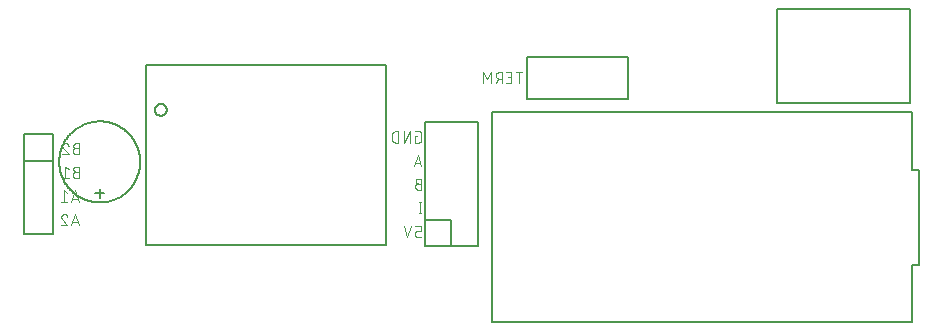
<source format=gbr>
G04 EAGLE Gerber RS-274X export*
G75*
%MOMM*%
%FSLAX34Y34*%
%LPD*%
%INSilkscreen Bottom*%
%IPPOS*%
%AMOC8*
5,1,8,0,0,1.08239X$1,22.5*%
G01*
%ADD10C,0.076200*%
%ADD11C,0.152400*%
%ADD12C,0.203200*%
%ADD13C,0.127000*%


D10*
X69619Y30602D02*
X67008Y30602D01*
X67008Y30603D02*
X66907Y30601D01*
X66806Y30595D01*
X66705Y30585D01*
X66605Y30572D01*
X66505Y30554D01*
X66406Y30533D01*
X66308Y30507D01*
X66211Y30478D01*
X66115Y30446D01*
X66021Y30409D01*
X65928Y30369D01*
X65836Y30325D01*
X65747Y30278D01*
X65659Y30227D01*
X65573Y30173D01*
X65490Y30116D01*
X65408Y30056D01*
X65330Y29992D01*
X65253Y29926D01*
X65180Y29856D01*
X65109Y29784D01*
X65041Y29709D01*
X64976Y29631D01*
X64914Y29551D01*
X64855Y29469D01*
X64799Y29384D01*
X64747Y29298D01*
X64698Y29209D01*
X64652Y29118D01*
X64611Y29026D01*
X64572Y28932D01*
X64538Y28837D01*
X64507Y28741D01*
X64480Y28643D01*
X64456Y28545D01*
X64437Y28445D01*
X64421Y28345D01*
X64409Y28245D01*
X64401Y28144D01*
X64397Y28043D01*
X64397Y27941D01*
X64401Y27840D01*
X64409Y27739D01*
X64421Y27639D01*
X64437Y27539D01*
X64456Y27439D01*
X64480Y27341D01*
X64507Y27243D01*
X64538Y27147D01*
X64572Y27052D01*
X64611Y26958D01*
X64652Y26866D01*
X64698Y26775D01*
X64747Y26687D01*
X64799Y26600D01*
X64855Y26515D01*
X64914Y26433D01*
X64976Y26353D01*
X65041Y26275D01*
X65109Y26200D01*
X65180Y26128D01*
X65253Y26058D01*
X65330Y25992D01*
X65408Y25928D01*
X65490Y25868D01*
X65573Y25811D01*
X65659Y25757D01*
X65747Y25706D01*
X65836Y25659D01*
X65928Y25615D01*
X66021Y25575D01*
X66115Y25538D01*
X66211Y25506D01*
X66308Y25477D01*
X66406Y25451D01*
X66505Y25430D01*
X66605Y25412D01*
X66705Y25399D01*
X66806Y25389D01*
X66907Y25383D01*
X67008Y25381D01*
X69619Y25381D01*
X69619Y34779D01*
X67008Y34779D01*
X66918Y34777D01*
X66829Y34771D01*
X66739Y34762D01*
X66650Y34748D01*
X66562Y34731D01*
X66475Y34710D01*
X66388Y34685D01*
X66303Y34656D01*
X66219Y34624D01*
X66137Y34589D01*
X66056Y34549D01*
X65977Y34507D01*
X65900Y34461D01*
X65825Y34411D01*
X65752Y34359D01*
X65681Y34303D01*
X65613Y34245D01*
X65548Y34183D01*
X65485Y34119D01*
X65425Y34052D01*
X65368Y33983D01*
X65314Y33911D01*
X65263Y33837D01*
X65215Y33761D01*
X65171Y33683D01*
X65130Y33603D01*
X65092Y33521D01*
X65058Y33438D01*
X65028Y33353D01*
X65001Y33267D01*
X64978Y33181D01*
X64959Y33093D01*
X64944Y33004D01*
X64932Y32915D01*
X64924Y32826D01*
X64920Y32736D01*
X64920Y32646D01*
X64924Y32556D01*
X64932Y32467D01*
X64944Y32378D01*
X64959Y32289D01*
X64978Y32201D01*
X65001Y32115D01*
X65028Y32029D01*
X65058Y31944D01*
X65092Y31861D01*
X65130Y31779D01*
X65171Y31699D01*
X65215Y31621D01*
X65263Y31545D01*
X65314Y31471D01*
X65368Y31399D01*
X65425Y31330D01*
X65485Y31263D01*
X65548Y31199D01*
X65613Y31137D01*
X65681Y31079D01*
X65752Y31023D01*
X65825Y30971D01*
X65900Y30921D01*
X65977Y30875D01*
X66056Y30833D01*
X66137Y30793D01*
X66219Y30758D01*
X66303Y30726D01*
X66388Y30697D01*
X66475Y30672D01*
X66562Y30651D01*
X66650Y30634D01*
X66739Y30620D01*
X66829Y30611D01*
X66918Y30605D01*
X67008Y30603D01*
X58039Y34780D02*
X57944Y34778D01*
X57850Y34772D01*
X57756Y34763D01*
X57662Y34750D01*
X57569Y34733D01*
X57477Y34712D01*
X57385Y34687D01*
X57295Y34659D01*
X57206Y34627D01*
X57118Y34592D01*
X57032Y34553D01*
X56947Y34511D01*
X56864Y34465D01*
X56783Y34416D01*
X56704Y34364D01*
X56627Y34309D01*
X56553Y34250D01*
X56481Y34189D01*
X56411Y34125D01*
X56344Y34058D01*
X56280Y33988D01*
X56219Y33916D01*
X56160Y33842D01*
X56105Y33765D01*
X56053Y33686D01*
X56004Y33605D01*
X55958Y33522D01*
X55916Y33437D01*
X55877Y33351D01*
X55842Y33263D01*
X55810Y33174D01*
X55782Y33084D01*
X55757Y32992D01*
X55736Y32900D01*
X55719Y32807D01*
X55706Y32713D01*
X55697Y32619D01*
X55691Y32525D01*
X55689Y32430D01*
X58039Y34779D02*
X58147Y34777D01*
X58256Y34771D01*
X58364Y34761D01*
X58471Y34748D01*
X58578Y34730D01*
X58685Y34709D01*
X58790Y34684D01*
X58895Y34655D01*
X58998Y34623D01*
X59100Y34586D01*
X59201Y34546D01*
X59300Y34503D01*
X59398Y34456D01*
X59494Y34405D01*
X59588Y34351D01*
X59680Y34294D01*
X59770Y34233D01*
X59858Y34169D01*
X59943Y34103D01*
X60026Y34033D01*
X60106Y33960D01*
X60184Y33884D01*
X60259Y33806D01*
X60331Y33725D01*
X60400Y33641D01*
X60466Y33555D01*
X60529Y33467D01*
X60588Y33376D01*
X60645Y33284D01*
X60698Y33189D01*
X60747Y33092D01*
X60793Y32994D01*
X60836Y32895D01*
X60875Y32793D01*
X60910Y32691D01*
X56473Y30602D02*
X56404Y30671D01*
X56338Y30742D01*
X56274Y30815D01*
X56213Y30891D01*
X56155Y30970D01*
X56101Y31050D01*
X56049Y31133D01*
X56001Y31217D01*
X55955Y31303D01*
X55914Y31391D01*
X55875Y31481D01*
X55840Y31572D01*
X55809Y31664D01*
X55781Y31757D01*
X55757Y31851D01*
X55737Y31946D01*
X55720Y32042D01*
X55707Y32139D01*
X55698Y32236D01*
X55692Y32333D01*
X55690Y32430D01*
X56473Y30602D02*
X60911Y25381D01*
X55690Y25381D01*
X67008Y10602D02*
X69619Y10602D01*
X67008Y10603D02*
X66907Y10601D01*
X66806Y10595D01*
X66705Y10585D01*
X66605Y10572D01*
X66505Y10554D01*
X66406Y10533D01*
X66308Y10507D01*
X66211Y10478D01*
X66115Y10446D01*
X66021Y10409D01*
X65928Y10369D01*
X65836Y10325D01*
X65747Y10278D01*
X65659Y10227D01*
X65573Y10173D01*
X65490Y10116D01*
X65408Y10056D01*
X65330Y9992D01*
X65253Y9926D01*
X65180Y9856D01*
X65109Y9784D01*
X65041Y9709D01*
X64976Y9631D01*
X64914Y9551D01*
X64855Y9469D01*
X64799Y9384D01*
X64747Y9298D01*
X64698Y9209D01*
X64652Y9118D01*
X64611Y9026D01*
X64572Y8932D01*
X64538Y8837D01*
X64507Y8741D01*
X64480Y8643D01*
X64456Y8545D01*
X64437Y8445D01*
X64421Y8345D01*
X64409Y8245D01*
X64401Y8144D01*
X64397Y8043D01*
X64397Y7941D01*
X64401Y7840D01*
X64409Y7739D01*
X64421Y7639D01*
X64437Y7539D01*
X64456Y7439D01*
X64480Y7341D01*
X64507Y7243D01*
X64538Y7147D01*
X64572Y7052D01*
X64611Y6958D01*
X64652Y6866D01*
X64698Y6775D01*
X64747Y6687D01*
X64799Y6600D01*
X64855Y6515D01*
X64914Y6433D01*
X64976Y6353D01*
X65041Y6275D01*
X65109Y6200D01*
X65180Y6128D01*
X65253Y6058D01*
X65330Y5992D01*
X65408Y5928D01*
X65490Y5868D01*
X65573Y5811D01*
X65659Y5757D01*
X65747Y5706D01*
X65836Y5659D01*
X65928Y5615D01*
X66021Y5575D01*
X66115Y5538D01*
X66211Y5506D01*
X66308Y5477D01*
X66406Y5451D01*
X66505Y5430D01*
X66605Y5412D01*
X66705Y5399D01*
X66806Y5389D01*
X66907Y5383D01*
X67008Y5381D01*
X69619Y5381D01*
X69619Y14779D01*
X67008Y14779D01*
X66918Y14777D01*
X66829Y14771D01*
X66739Y14762D01*
X66650Y14748D01*
X66562Y14731D01*
X66475Y14710D01*
X66388Y14685D01*
X66303Y14656D01*
X66219Y14624D01*
X66137Y14589D01*
X66056Y14549D01*
X65977Y14507D01*
X65900Y14461D01*
X65825Y14411D01*
X65752Y14359D01*
X65681Y14303D01*
X65613Y14245D01*
X65548Y14183D01*
X65485Y14119D01*
X65425Y14052D01*
X65368Y13983D01*
X65314Y13911D01*
X65263Y13837D01*
X65215Y13761D01*
X65171Y13683D01*
X65130Y13603D01*
X65092Y13521D01*
X65058Y13438D01*
X65028Y13353D01*
X65001Y13267D01*
X64978Y13181D01*
X64959Y13093D01*
X64944Y13004D01*
X64932Y12915D01*
X64924Y12826D01*
X64920Y12736D01*
X64920Y12646D01*
X64924Y12556D01*
X64932Y12467D01*
X64944Y12378D01*
X64959Y12289D01*
X64978Y12201D01*
X65001Y12115D01*
X65028Y12029D01*
X65058Y11944D01*
X65092Y11861D01*
X65130Y11779D01*
X65171Y11699D01*
X65215Y11621D01*
X65263Y11545D01*
X65314Y11471D01*
X65368Y11399D01*
X65425Y11330D01*
X65485Y11263D01*
X65548Y11199D01*
X65613Y11137D01*
X65681Y11079D01*
X65752Y11023D01*
X65825Y10971D01*
X65900Y10921D01*
X65977Y10875D01*
X66056Y10833D01*
X66137Y10793D01*
X66219Y10758D01*
X66303Y10726D01*
X66388Y10697D01*
X66475Y10672D01*
X66562Y10651D01*
X66650Y10634D01*
X66739Y10620D01*
X66829Y10611D01*
X66918Y10605D01*
X67008Y10603D01*
X60911Y12691D02*
X58301Y14779D01*
X58301Y5381D01*
X60911Y5381D02*
X55690Y5381D01*
X66486Y-5221D02*
X69619Y-14619D01*
X63354Y-14619D02*
X66486Y-5221D01*
X64137Y-12270D02*
X68836Y-12270D01*
X59953Y-7309D02*
X57342Y-5221D01*
X57342Y-14619D01*
X54732Y-14619D02*
X59953Y-14619D01*
X66486Y-25221D02*
X69619Y-34619D01*
X63354Y-34619D02*
X66486Y-25221D01*
X64137Y-32270D02*
X68836Y-32270D01*
X57081Y-25221D02*
X56986Y-25223D01*
X56892Y-25229D01*
X56798Y-25238D01*
X56704Y-25251D01*
X56611Y-25268D01*
X56519Y-25289D01*
X56427Y-25314D01*
X56337Y-25342D01*
X56248Y-25374D01*
X56160Y-25409D01*
X56074Y-25448D01*
X55989Y-25490D01*
X55906Y-25536D01*
X55825Y-25585D01*
X55746Y-25637D01*
X55669Y-25692D01*
X55595Y-25751D01*
X55523Y-25812D01*
X55453Y-25876D01*
X55386Y-25943D01*
X55322Y-26013D01*
X55261Y-26085D01*
X55202Y-26159D01*
X55147Y-26236D01*
X55095Y-26315D01*
X55046Y-26396D01*
X55000Y-26479D01*
X54958Y-26564D01*
X54919Y-26650D01*
X54884Y-26738D01*
X54852Y-26827D01*
X54824Y-26917D01*
X54799Y-27009D01*
X54778Y-27101D01*
X54761Y-27194D01*
X54748Y-27288D01*
X54739Y-27382D01*
X54733Y-27476D01*
X54731Y-27571D01*
X57081Y-25221D02*
X57189Y-25223D01*
X57298Y-25229D01*
X57406Y-25239D01*
X57513Y-25252D01*
X57620Y-25270D01*
X57727Y-25291D01*
X57832Y-25316D01*
X57937Y-25345D01*
X58040Y-25377D01*
X58142Y-25414D01*
X58243Y-25454D01*
X58342Y-25497D01*
X58440Y-25544D01*
X58536Y-25595D01*
X58630Y-25649D01*
X58722Y-25706D01*
X58812Y-25767D01*
X58900Y-25831D01*
X58985Y-25897D01*
X59068Y-25967D01*
X59148Y-26040D01*
X59226Y-26116D01*
X59301Y-26194D01*
X59373Y-26275D01*
X59442Y-26359D01*
X59508Y-26445D01*
X59571Y-26533D01*
X59630Y-26624D01*
X59687Y-26717D01*
X59740Y-26811D01*
X59789Y-26908D01*
X59836Y-27006D01*
X59878Y-27105D01*
X59917Y-27207D01*
X59952Y-27309D01*
X55514Y-29399D02*
X55445Y-29330D01*
X55379Y-29259D01*
X55315Y-29186D01*
X55254Y-29110D01*
X55196Y-29031D01*
X55142Y-28951D01*
X55090Y-28868D01*
X55042Y-28784D01*
X54996Y-28698D01*
X54955Y-28610D01*
X54916Y-28520D01*
X54881Y-28429D01*
X54850Y-28337D01*
X54822Y-28244D01*
X54798Y-28150D01*
X54778Y-28055D01*
X54761Y-27959D01*
X54748Y-27862D01*
X54739Y-27765D01*
X54733Y-27668D01*
X54731Y-27571D01*
X55515Y-29398D02*
X59953Y-34619D01*
X54732Y-34619D01*
X356486Y24779D02*
X359619Y15381D01*
X353354Y15381D02*
X356486Y24779D01*
X354137Y17731D02*
X358836Y17731D01*
X359619Y602D02*
X357008Y602D01*
X357008Y603D02*
X356907Y601D01*
X356806Y595D01*
X356705Y585D01*
X356605Y572D01*
X356505Y554D01*
X356406Y533D01*
X356308Y507D01*
X356211Y478D01*
X356115Y446D01*
X356021Y409D01*
X355928Y369D01*
X355836Y325D01*
X355747Y278D01*
X355659Y227D01*
X355573Y173D01*
X355490Y116D01*
X355408Y56D01*
X355330Y-8D01*
X355253Y-74D01*
X355180Y-144D01*
X355109Y-216D01*
X355041Y-291D01*
X354976Y-369D01*
X354914Y-449D01*
X354855Y-531D01*
X354799Y-616D01*
X354747Y-703D01*
X354698Y-791D01*
X354652Y-882D01*
X354611Y-974D01*
X354572Y-1068D01*
X354538Y-1163D01*
X354507Y-1259D01*
X354480Y-1357D01*
X354456Y-1455D01*
X354437Y-1555D01*
X354421Y-1655D01*
X354409Y-1755D01*
X354401Y-1856D01*
X354397Y-1957D01*
X354397Y-2059D01*
X354401Y-2160D01*
X354409Y-2261D01*
X354421Y-2361D01*
X354437Y-2461D01*
X354456Y-2561D01*
X354480Y-2659D01*
X354507Y-2757D01*
X354538Y-2853D01*
X354572Y-2948D01*
X354611Y-3042D01*
X354652Y-3134D01*
X354698Y-3225D01*
X354747Y-3314D01*
X354799Y-3400D01*
X354855Y-3485D01*
X354914Y-3567D01*
X354976Y-3647D01*
X355041Y-3725D01*
X355109Y-3800D01*
X355180Y-3872D01*
X355253Y-3942D01*
X355330Y-4008D01*
X355408Y-4072D01*
X355490Y-4132D01*
X355573Y-4189D01*
X355659Y-4243D01*
X355747Y-4294D01*
X355836Y-4341D01*
X355928Y-4385D01*
X356021Y-4425D01*
X356115Y-4462D01*
X356211Y-4494D01*
X356308Y-4523D01*
X356406Y-4549D01*
X356505Y-4570D01*
X356605Y-4588D01*
X356705Y-4601D01*
X356806Y-4611D01*
X356907Y-4617D01*
X357008Y-4619D01*
X359619Y-4619D01*
X359619Y4779D01*
X357008Y4779D01*
X356918Y4777D01*
X356829Y4771D01*
X356739Y4762D01*
X356650Y4748D01*
X356562Y4731D01*
X356475Y4710D01*
X356388Y4685D01*
X356303Y4656D01*
X356219Y4624D01*
X356137Y4589D01*
X356056Y4549D01*
X355977Y4507D01*
X355900Y4461D01*
X355825Y4411D01*
X355752Y4359D01*
X355681Y4303D01*
X355613Y4245D01*
X355548Y4183D01*
X355485Y4119D01*
X355425Y4052D01*
X355368Y3983D01*
X355314Y3911D01*
X355263Y3837D01*
X355215Y3761D01*
X355171Y3683D01*
X355130Y3603D01*
X355092Y3521D01*
X355058Y3438D01*
X355028Y3353D01*
X355001Y3267D01*
X354978Y3181D01*
X354959Y3093D01*
X354944Y3004D01*
X354932Y2915D01*
X354924Y2826D01*
X354920Y2736D01*
X354920Y2646D01*
X354924Y2556D01*
X354932Y2467D01*
X354944Y2378D01*
X354959Y2289D01*
X354978Y2201D01*
X355001Y2115D01*
X355028Y2029D01*
X355058Y1944D01*
X355092Y1861D01*
X355130Y1779D01*
X355171Y1699D01*
X355215Y1621D01*
X355263Y1545D01*
X355314Y1471D01*
X355368Y1399D01*
X355425Y1330D01*
X355485Y1263D01*
X355548Y1199D01*
X355613Y1137D01*
X355681Y1079D01*
X355752Y1023D01*
X355825Y971D01*
X355900Y921D01*
X355977Y875D01*
X356056Y833D01*
X356137Y793D01*
X356219Y758D01*
X356303Y726D01*
X356388Y697D01*
X356475Y672D01*
X356562Y651D01*
X356650Y634D01*
X356739Y620D01*
X356829Y611D01*
X356918Y605D01*
X357008Y603D01*
X358575Y-15221D02*
X358575Y-24619D01*
X359619Y-24619D02*
X357531Y-24619D01*
X357531Y-15221D02*
X359619Y-15221D01*
X359619Y-44619D02*
X356486Y-44619D01*
X356397Y-44617D01*
X356309Y-44611D01*
X356221Y-44602D01*
X356133Y-44589D01*
X356046Y-44572D01*
X355960Y-44552D01*
X355875Y-44527D01*
X355790Y-44500D01*
X355707Y-44468D01*
X355626Y-44434D01*
X355546Y-44395D01*
X355468Y-44354D01*
X355391Y-44309D01*
X355317Y-44261D01*
X355244Y-44210D01*
X355174Y-44156D01*
X355107Y-44098D01*
X355041Y-44038D01*
X354979Y-43976D01*
X354919Y-43910D01*
X354861Y-43843D01*
X354807Y-43773D01*
X354756Y-43700D01*
X354708Y-43626D01*
X354663Y-43549D01*
X354622Y-43471D01*
X354583Y-43391D01*
X354549Y-43310D01*
X354517Y-43227D01*
X354490Y-43142D01*
X354465Y-43057D01*
X354445Y-42971D01*
X354428Y-42884D01*
X354415Y-42796D01*
X354406Y-42708D01*
X354400Y-42620D01*
X354398Y-42531D01*
X354398Y-41486D01*
X354400Y-41397D01*
X354406Y-41309D01*
X354415Y-41221D01*
X354428Y-41133D01*
X354445Y-41046D01*
X354465Y-40960D01*
X354490Y-40875D01*
X354517Y-40790D01*
X354549Y-40707D01*
X354583Y-40626D01*
X354622Y-40546D01*
X354663Y-40468D01*
X354708Y-40391D01*
X354756Y-40317D01*
X354807Y-40244D01*
X354861Y-40174D01*
X354919Y-40107D01*
X354979Y-40041D01*
X355041Y-39979D01*
X355107Y-39919D01*
X355174Y-39861D01*
X355244Y-39807D01*
X355317Y-39756D01*
X355391Y-39708D01*
X355468Y-39663D01*
X355546Y-39622D01*
X355626Y-39583D01*
X355707Y-39549D01*
X355790Y-39517D01*
X355875Y-39490D01*
X355960Y-39465D01*
X356046Y-39445D01*
X356133Y-39428D01*
X356221Y-39415D01*
X356309Y-39406D01*
X356397Y-39400D01*
X356486Y-39398D01*
X359619Y-39398D01*
X359619Y-35221D01*
X354398Y-35221D01*
X350997Y-35221D02*
X347865Y-44619D01*
X344732Y-35221D01*
X354398Y40602D02*
X355964Y40602D01*
X354398Y40602D02*
X354398Y35381D01*
X357531Y35381D01*
X357620Y35383D01*
X357708Y35389D01*
X357796Y35398D01*
X357884Y35411D01*
X357971Y35428D01*
X358057Y35448D01*
X358142Y35473D01*
X358227Y35500D01*
X358310Y35532D01*
X358391Y35566D01*
X358471Y35605D01*
X358549Y35646D01*
X358626Y35691D01*
X358700Y35739D01*
X358773Y35790D01*
X358843Y35844D01*
X358910Y35902D01*
X358976Y35962D01*
X359038Y36024D01*
X359098Y36090D01*
X359156Y36157D01*
X359210Y36227D01*
X359261Y36300D01*
X359309Y36374D01*
X359354Y36451D01*
X359395Y36529D01*
X359434Y36609D01*
X359468Y36690D01*
X359500Y36773D01*
X359527Y36858D01*
X359552Y36943D01*
X359572Y37029D01*
X359589Y37116D01*
X359602Y37204D01*
X359611Y37292D01*
X359617Y37380D01*
X359619Y37469D01*
X359619Y42691D01*
X359617Y42780D01*
X359611Y42868D01*
X359602Y42956D01*
X359589Y43044D01*
X359572Y43131D01*
X359552Y43217D01*
X359527Y43302D01*
X359500Y43387D01*
X359468Y43470D01*
X359434Y43551D01*
X359395Y43631D01*
X359354Y43709D01*
X359309Y43786D01*
X359261Y43860D01*
X359210Y43933D01*
X359156Y44003D01*
X359098Y44070D01*
X359038Y44136D01*
X358976Y44198D01*
X358910Y44258D01*
X358843Y44316D01*
X358773Y44370D01*
X358700Y44421D01*
X358626Y44469D01*
X358549Y44514D01*
X358471Y44555D01*
X358391Y44594D01*
X358310Y44628D01*
X358227Y44660D01*
X358142Y44687D01*
X358057Y44712D01*
X357971Y44732D01*
X357884Y44749D01*
X357796Y44762D01*
X357708Y44771D01*
X357620Y44777D01*
X357531Y44779D01*
X354398Y44779D01*
X349865Y44779D02*
X349865Y35381D01*
X344644Y35381D02*
X349865Y44779D01*
X344644Y44779D02*
X344644Y35381D01*
X340112Y35381D02*
X340112Y44779D01*
X337501Y44779D01*
X337401Y44777D01*
X337301Y44771D01*
X337202Y44762D01*
X337102Y44748D01*
X337004Y44731D01*
X336906Y44710D01*
X336809Y44686D01*
X336713Y44657D01*
X336618Y44625D01*
X336525Y44590D01*
X336433Y44551D01*
X336342Y44508D01*
X336254Y44462D01*
X336167Y44412D01*
X336082Y44360D01*
X335999Y44304D01*
X335918Y44245D01*
X335840Y44182D01*
X335764Y44117D01*
X335690Y44049D01*
X335620Y43979D01*
X335552Y43905D01*
X335487Y43829D01*
X335424Y43751D01*
X335365Y43670D01*
X335309Y43587D01*
X335257Y43502D01*
X335207Y43415D01*
X335161Y43327D01*
X335118Y43236D01*
X335079Y43144D01*
X335044Y43051D01*
X335012Y42956D01*
X334983Y42860D01*
X334959Y42763D01*
X334938Y42665D01*
X334921Y42567D01*
X334907Y42467D01*
X334898Y42368D01*
X334892Y42268D01*
X334890Y42168D01*
X334891Y42168D02*
X334891Y37992D01*
X334890Y37992D02*
X334892Y37892D01*
X334898Y37792D01*
X334907Y37693D01*
X334921Y37593D01*
X334938Y37495D01*
X334959Y37397D01*
X334983Y37300D01*
X335012Y37204D01*
X335044Y37109D01*
X335079Y37016D01*
X335118Y36924D01*
X335161Y36833D01*
X335207Y36745D01*
X335257Y36658D01*
X335309Y36573D01*
X335365Y36490D01*
X335424Y36409D01*
X335487Y36331D01*
X335552Y36255D01*
X335620Y36181D01*
X335690Y36111D01*
X335764Y36043D01*
X335840Y35978D01*
X335918Y35915D01*
X335999Y35856D01*
X336082Y35800D01*
X336167Y35748D01*
X336254Y35698D01*
X336342Y35652D01*
X336433Y35609D01*
X336525Y35570D01*
X336618Y35535D01*
X336713Y35503D01*
X336809Y35474D01*
X336906Y35450D01*
X337004Y35429D01*
X337102Y35412D01*
X337202Y35398D01*
X337301Y35389D01*
X337401Y35383D01*
X337501Y35381D01*
X340112Y35381D01*
X442008Y85381D02*
X442008Y94779D01*
X439398Y94779D02*
X444619Y94779D01*
X435762Y85381D02*
X431585Y85381D01*
X435762Y85381D02*
X435762Y94779D01*
X431585Y94779D01*
X432630Y90602D02*
X435762Y90602D01*
X427798Y94779D02*
X427798Y85381D01*
X427798Y94779D02*
X425188Y94779D01*
X425087Y94777D01*
X424986Y94771D01*
X424885Y94761D01*
X424785Y94748D01*
X424685Y94730D01*
X424586Y94709D01*
X424488Y94683D01*
X424391Y94654D01*
X424295Y94622D01*
X424201Y94585D01*
X424108Y94545D01*
X424016Y94501D01*
X423927Y94454D01*
X423839Y94403D01*
X423753Y94349D01*
X423670Y94292D01*
X423588Y94232D01*
X423510Y94168D01*
X423433Y94102D01*
X423360Y94032D01*
X423289Y93960D01*
X423221Y93885D01*
X423156Y93807D01*
X423094Y93727D01*
X423035Y93645D01*
X422979Y93560D01*
X422927Y93474D01*
X422878Y93385D01*
X422832Y93294D01*
X422791Y93202D01*
X422752Y93108D01*
X422718Y93013D01*
X422687Y92917D01*
X422660Y92819D01*
X422636Y92721D01*
X422617Y92621D01*
X422601Y92521D01*
X422589Y92421D01*
X422581Y92320D01*
X422577Y92219D01*
X422577Y92117D01*
X422581Y92016D01*
X422589Y91915D01*
X422601Y91815D01*
X422617Y91715D01*
X422636Y91615D01*
X422660Y91517D01*
X422687Y91419D01*
X422718Y91323D01*
X422752Y91228D01*
X422791Y91134D01*
X422832Y91042D01*
X422878Y90951D01*
X422927Y90863D01*
X422979Y90776D01*
X423035Y90691D01*
X423094Y90609D01*
X423156Y90529D01*
X423221Y90451D01*
X423289Y90376D01*
X423360Y90304D01*
X423433Y90234D01*
X423510Y90168D01*
X423588Y90104D01*
X423670Y90044D01*
X423753Y89987D01*
X423839Y89933D01*
X423927Y89882D01*
X424016Y89835D01*
X424108Y89791D01*
X424201Y89751D01*
X424295Y89714D01*
X424391Y89682D01*
X424488Y89653D01*
X424586Y89627D01*
X424685Y89606D01*
X424785Y89588D01*
X424885Y89575D01*
X424986Y89565D01*
X425087Y89559D01*
X425188Y89557D01*
X425188Y89558D02*
X427798Y89558D01*
X424665Y89558D02*
X422577Y85381D01*
X418319Y85381D02*
X418319Y94779D01*
X415186Y89558D01*
X412054Y94779D01*
X412054Y85381D01*
D11*
X87300Y-3860D02*
X87300Y-11480D01*
X83490Y-7670D02*
X91110Y-7670D01*
X53010Y19000D02*
X53020Y19842D01*
X53051Y20683D01*
X53103Y21523D01*
X53175Y22361D01*
X53268Y23197D01*
X53381Y24031D01*
X53515Y24862D01*
X53669Y25690D01*
X53843Y26513D01*
X54038Y27332D01*
X54252Y28146D01*
X54487Y28954D01*
X54741Y29756D01*
X55014Y30552D01*
X55308Y31341D01*
X55620Y32122D01*
X55952Y32896D01*
X56302Y33661D01*
X56671Y34417D01*
X57059Y35164D01*
X57465Y35901D01*
X57888Y36629D01*
X58330Y37345D01*
X58789Y38051D01*
X59265Y38744D01*
X59758Y39427D01*
X60268Y40096D01*
X60793Y40753D01*
X61335Y41397D01*
X61893Y42028D01*
X62466Y42644D01*
X63053Y43247D01*
X63656Y43834D01*
X64272Y44407D01*
X64903Y44965D01*
X65547Y45507D01*
X66204Y46032D01*
X66873Y46542D01*
X67556Y47035D01*
X68249Y47511D01*
X68955Y47970D01*
X69671Y48412D01*
X70399Y48835D01*
X71136Y49241D01*
X71883Y49629D01*
X72639Y49998D01*
X73404Y50348D01*
X74178Y50680D01*
X74959Y50992D01*
X75748Y51286D01*
X76544Y51559D01*
X77346Y51813D01*
X78154Y52048D01*
X78968Y52262D01*
X79787Y52457D01*
X80610Y52631D01*
X81438Y52785D01*
X82269Y52919D01*
X83103Y53032D01*
X83939Y53125D01*
X84777Y53197D01*
X85617Y53249D01*
X86458Y53280D01*
X87300Y53290D01*
X88142Y53280D01*
X88983Y53249D01*
X89823Y53197D01*
X90661Y53125D01*
X91497Y53032D01*
X92331Y52919D01*
X93162Y52785D01*
X93990Y52631D01*
X94813Y52457D01*
X95632Y52262D01*
X96446Y52048D01*
X97254Y51813D01*
X98056Y51559D01*
X98852Y51286D01*
X99641Y50992D01*
X100422Y50680D01*
X101196Y50348D01*
X101961Y49998D01*
X102717Y49629D01*
X103464Y49241D01*
X104201Y48835D01*
X104929Y48412D01*
X105645Y47970D01*
X106351Y47511D01*
X107044Y47035D01*
X107727Y46542D01*
X108396Y46032D01*
X109053Y45507D01*
X109697Y44965D01*
X110328Y44407D01*
X110944Y43834D01*
X111547Y43247D01*
X112134Y42644D01*
X112707Y42028D01*
X113265Y41397D01*
X113807Y40753D01*
X114332Y40096D01*
X114842Y39427D01*
X115335Y38744D01*
X115811Y38051D01*
X116270Y37345D01*
X116712Y36629D01*
X117135Y35901D01*
X117541Y35164D01*
X117929Y34417D01*
X118298Y33661D01*
X118648Y32896D01*
X118980Y32122D01*
X119292Y31341D01*
X119586Y30552D01*
X119859Y29756D01*
X120113Y28954D01*
X120348Y28146D01*
X120562Y27332D01*
X120757Y26513D01*
X120931Y25690D01*
X121085Y24862D01*
X121219Y24031D01*
X121332Y23197D01*
X121425Y22361D01*
X121497Y21523D01*
X121549Y20683D01*
X121580Y19842D01*
X121590Y19000D01*
X121580Y18158D01*
X121549Y17317D01*
X121497Y16477D01*
X121425Y15639D01*
X121332Y14803D01*
X121219Y13969D01*
X121085Y13138D01*
X120931Y12310D01*
X120757Y11487D01*
X120562Y10668D01*
X120348Y9854D01*
X120113Y9046D01*
X119859Y8244D01*
X119586Y7448D01*
X119292Y6659D01*
X118980Y5878D01*
X118648Y5104D01*
X118298Y4339D01*
X117929Y3583D01*
X117541Y2836D01*
X117135Y2099D01*
X116712Y1371D01*
X116270Y655D01*
X115811Y-51D01*
X115335Y-744D01*
X114842Y-1427D01*
X114332Y-2096D01*
X113807Y-2753D01*
X113265Y-3397D01*
X112707Y-4028D01*
X112134Y-4644D01*
X111547Y-5247D01*
X110944Y-5834D01*
X110328Y-6407D01*
X109697Y-6965D01*
X109053Y-7507D01*
X108396Y-8032D01*
X107727Y-8542D01*
X107044Y-9035D01*
X106351Y-9511D01*
X105645Y-9970D01*
X104929Y-10412D01*
X104201Y-10835D01*
X103464Y-11241D01*
X102717Y-11629D01*
X101961Y-11998D01*
X101196Y-12348D01*
X100422Y-12680D01*
X99641Y-12992D01*
X98852Y-13286D01*
X98056Y-13559D01*
X97254Y-13813D01*
X96446Y-14048D01*
X95632Y-14262D01*
X94813Y-14457D01*
X93990Y-14631D01*
X93162Y-14785D01*
X92331Y-14919D01*
X91497Y-15032D01*
X90661Y-15125D01*
X89823Y-15197D01*
X88983Y-15249D01*
X88142Y-15280D01*
X87300Y-15290D01*
X86458Y-15280D01*
X85617Y-15249D01*
X84777Y-15197D01*
X83939Y-15125D01*
X83103Y-15032D01*
X82269Y-14919D01*
X81438Y-14785D01*
X80610Y-14631D01*
X79787Y-14457D01*
X78968Y-14262D01*
X78154Y-14048D01*
X77346Y-13813D01*
X76544Y-13559D01*
X75748Y-13286D01*
X74959Y-12992D01*
X74178Y-12680D01*
X73404Y-12348D01*
X72639Y-11998D01*
X71883Y-11629D01*
X71136Y-11241D01*
X70399Y-10835D01*
X69671Y-10412D01*
X68955Y-9970D01*
X68249Y-9511D01*
X67556Y-9035D01*
X66873Y-8542D01*
X66204Y-8032D01*
X65547Y-7507D01*
X64903Y-6965D01*
X64272Y-6407D01*
X63656Y-5834D01*
X63053Y-5247D01*
X62466Y-4644D01*
X61893Y-4028D01*
X61335Y-3397D01*
X60793Y-2753D01*
X60268Y-2096D01*
X59758Y-1427D01*
X59265Y-744D01*
X58789Y-51D01*
X58330Y655D01*
X57888Y1371D01*
X57465Y2099D01*
X57059Y2836D01*
X56671Y3583D01*
X56302Y4339D01*
X55952Y5104D01*
X55620Y5878D01*
X55308Y6659D01*
X55014Y7448D01*
X54741Y8244D01*
X54487Y9046D01*
X54252Y9854D01*
X54038Y10668D01*
X53843Y11487D01*
X53669Y12310D01*
X53515Y13138D01*
X53381Y13969D01*
X53268Y14803D01*
X53175Y15639D01*
X53103Y16477D01*
X53051Y17317D01*
X53020Y18158D01*
X53010Y19000D01*
D12*
X362500Y52500D02*
X407500Y52500D01*
X362500Y52500D02*
X362500Y-30000D01*
X362500Y-52500D01*
X385000Y-52500D01*
X407500Y-52500D01*
X407500Y52500D01*
X385000Y-30000D02*
X385000Y-52500D01*
X385000Y-30000D02*
X362500Y-30000D01*
X47900Y-42500D02*
X22900Y-42500D01*
X47900Y-42500D02*
X47900Y20000D01*
X47900Y42500D01*
X22900Y42500D01*
X22900Y20000D01*
X22900Y-42500D01*
X22900Y20000D02*
X47900Y20000D01*
D13*
X126400Y101200D02*
X329600Y101200D01*
X329600Y-51200D01*
X126400Y-51200D01*
X126400Y101200D01*
X134100Y63100D02*
X134102Y63241D01*
X134108Y63382D01*
X134118Y63522D01*
X134132Y63662D01*
X134150Y63802D01*
X134171Y63941D01*
X134197Y64080D01*
X134226Y64218D01*
X134260Y64354D01*
X134297Y64490D01*
X134338Y64625D01*
X134383Y64759D01*
X134432Y64891D01*
X134484Y65022D01*
X134540Y65151D01*
X134600Y65278D01*
X134663Y65404D01*
X134729Y65528D01*
X134800Y65651D01*
X134873Y65771D01*
X134950Y65889D01*
X135030Y66005D01*
X135114Y66118D01*
X135200Y66229D01*
X135290Y66338D01*
X135383Y66444D01*
X135478Y66547D01*
X135577Y66648D01*
X135678Y66746D01*
X135782Y66841D01*
X135889Y66933D01*
X135998Y67022D01*
X136110Y67107D01*
X136224Y67190D01*
X136340Y67270D01*
X136459Y67346D01*
X136580Y67418D01*
X136702Y67488D01*
X136827Y67553D01*
X136953Y67616D01*
X137081Y67674D01*
X137211Y67729D01*
X137342Y67781D01*
X137475Y67828D01*
X137609Y67872D01*
X137744Y67913D01*
X137880Y67949D01*
X138017Y67981D01*
X138155Y68010D01*
X138293Y68035D01*
X138433Y68055D01*
X138573Y68072D01*
X138713Y68085D01*
X138854Y68094D01*
X138994Y68099D01*
X139135Y68100D01*
X139276Y68097D01*
X139417Y68090D01*
X139557Y68079D01*
X139697Y68064D01*
X139837Y68045D01*
X139976Y68023D01*
X140114Y67996D01*
X140252Y67966D01*
X140388Y67931D01*
X140524Y67893D01*
X140658Y67851D01*
X140792Y67805D01*
X140924Y67756D01*
X141054Y67702D01*
X141183Y67645D01*
X141310Y67585D01*
X141436Y67521D01*
X141559Y67453D01*
X141681Y67382D01*
X141801Y67308D01*
X141918Y67230D01*
X142033Y67149D01*
X142146Y67065D01*
X142257Y66978D01*
X142365Y66887D01*
X142470Y66794D01*
X142573Y66697D01*
X142673Y66598D01*
X142770Y66496D01*
X142864Y66391D01*
X142955Y66284D01*
X143043Y66174D01*
X143128Y66062D01*
X143210Y65947D01*
X143289Y65830D01*
X143364Y65711D01*
X143436Y65590D01*
X143504Y65467D01*
X143569Y65342D01*
X143631Y65215D01*
X143688Y65086D01*
X143743Y64956D01*
X143793Y64825D01*
X143840Y64692D01*
X143883Y64558D01*
X143922Y64422D01*
X143957Y64286D01*
X143989Y64149D01*
X144016Y64011D01*
X144040Y63872D01*
X144060Y63732D01*
X144076Y63592D01*
X144088Y63452D01*
X144096Y63311D01*
X144100Y63170D01*
X144100Y63030D01*
X144096Y62889D01*
X144088Y62748D01*
X144076Y62608D01*
X144060Y62468D01*
X144040Y62328D01*
X144016Y62189D01*
X143989Y62051D01*
X143957Y61914D01*
X143922Y61778D01*
X143883Y61642D01*
X143840Y61508D01*
X143793Y61375D01*
X143743Y61244D01*
X143688Y61114D01*
X143631Y60985D01*
X143569Y60858D01*
X143504Y60733D01*
X143436Y60610D01*
X143364Y60489D01*
X143289Y60370D01*
X143210Y60253D01*
X143128Y60138D01*
X143043Y60026D01*
X142955Y59916D01*
X142864Y59809D01*
X142770Y59704D01*
X142673Y59602D01*
X142573Y59503D01*
X142470Y59406D01*
X142365Y59313D01*
X142257Y59222D01*
X142146Y59135D01*
X142033Y59051D01*
X141918Y58970D01*
X141801Y58892D01*
X141681Y58818D01*
X141559Y58747D01*
X141436Y58679D01*
X141310Y58615D01*
X141183Y58555D01*
X141054Y58498D01*
X140924Y58444D01*
X140792Y58395D01*
X140658Y58349D01*
X140524Y58307D01*
X140388Y58269D01*
X140252Y58234D01*
X140114Y58204D01*
X139976Y58177D01*
X139837Y58155D01*
X139697Y58136D01*
X139557Y58121D01*
X139417Y58110D01*
X139276Y58103D01*
X139135Y58100D01*
X138994Y58101D01*
X138854Y58106D01*
X138713Y58115D01*
X138573Y58128D01*
X138433Y58145D01*
X138293Y58165D01*
X138155Y58190D01*
X138017Y58219D01*
X137880Y58251D01*
X137744Y58287D01*
X137609Y58328D01*
X137475Y58372D01*
X137342Y58419D01*
X137211Y58471D01*
X137081Y58526D01*
X136953Y58584D01*
X136827Y58647D01*
X136702Y58712D01*
X136580Y58782D01*
X136459Y58854D01*
X136340Y58930D01*
X136224Y59010D01*
X136110Y59093D01*
X135998Y59178D01*
X135889Y59267D01*
X135782Y59359D01*
X135678Y59454D01*
X135577Y59552D01*
X135478Y59653D01*
X135383Y59756D01*
X135290Y59862D01*
X135200Y59971D01*
X135114Y60082D01*
X135030Y60195D01*
X134950Y60311D01*
X134873Y60429D01*
X134800Y60549D01*
X134729Y60672D01*
X134663Y60796D01*
X134600Y60922D01*
X134540Y61049D01*
X134484Y61178D01*
X134432Y61309D01*
X134383Y61441D01*
X134338Y61575D01*
X134297Y61710D01*
X134260Y61846D01*
X134226Y61982D01*
X134197Y62120D01*
X134171Y62259D01*
X134150Y62398D01*
X134132Y62538D01*
X134118Y62678D01*
X134108Y62818D01*
X134102Y62959D01*
X134100Y63100D01*
X449000Y72500D02*
X449000Y107500D01*
X535000Y107500D01*
X535000Y72500D01*
X449000Y72500D01*
X660800Y68800D02*
X773300Y68800D01*
X660800Y68800D02*
X660800Y148800D01*
X773300Y148800D01*
X773300Y68800D01*
X774700Y60900D02*
X419100Y60900D01*
X419100Y-116900D01*
X774700Y-116900D01*
X774700Y-68300D01*
X781200Y-68300D01*
X781200Y12300D01*
X774700Y12300D01*
X774700Y60900D01*
M02*

</source>
